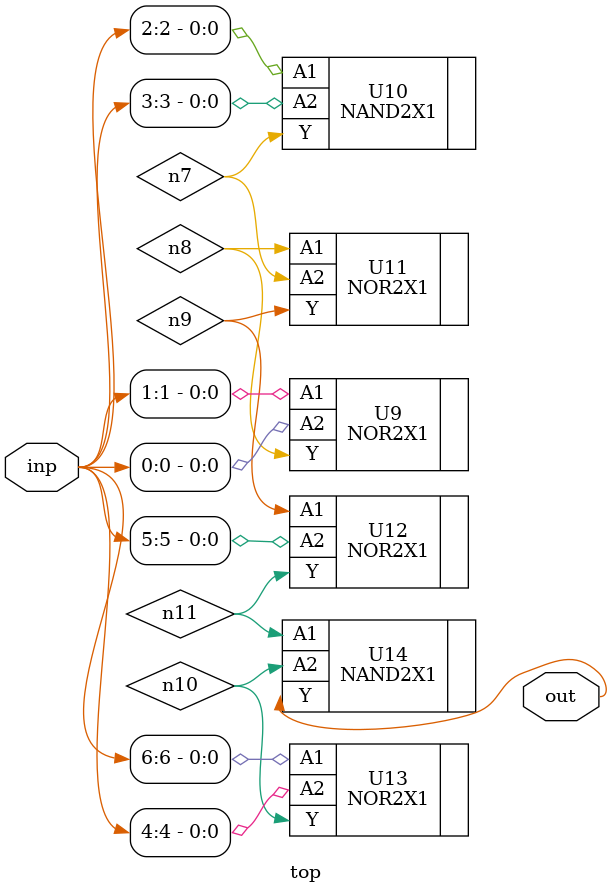
<source format=sv>


module top ( inp, out );
  input [6:0] inp;
  output out;
  wire   n7, n8, n9, n10, n11;

  NOR2X1 U9 ( .A1(inp[1]), .A2(inp[0]), .Y(n8) );
  NAND2X1 U10 ( .A1(inp[2]), .A2(inp[3]), .Y(n7) );
  NOR2X1 U11 ( .A1(n8), .A2(n7), .Y(n9) );
  NOR2X1 U12 ( .A1(n9), .A2(inp[5]), .Y(n11) );
  NOR2X1 U13 ( .A1(inp[6]), .A2(inp[4]), .Y(n10) );
  NAND2X1 U14 ( .A1(n11), .A2(n10), .Y(out) );
endmodule


</source>
